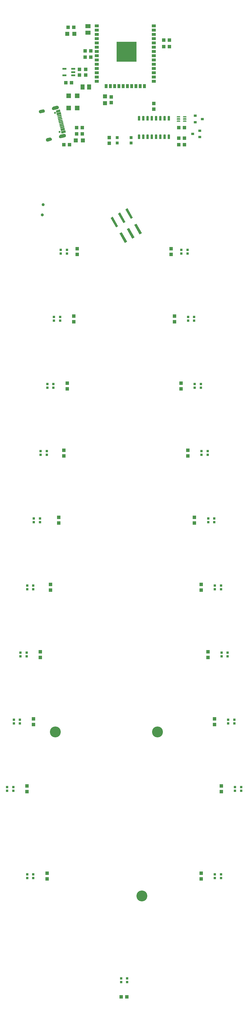
<source format=gbr>
G04 EAGLE Gerber RS-274X export*
G75*
%MOMM*%
%FSLAX34Y34*%
%LPD*%
%INSoldermask Top*%
%IPPOS*%
%AMOC8*
5,1,8,0,0,1.08239X$1,22.5*%
G01*
%ADD10R,1.000000X1.100000*%
%ADD11R,1.100000X1.000000*%
%ADD12R,1.075000X1.000000*%
%ADD13R,1.240000X1.500000*%
%ADD14R,1.200000X0.550000*%
%ADD15R,0.900000X0.900000*%
%ADD16R,1.200000X1.200000*%
%ADD17R,1.000000X1.075000*%
%ADD18R,0.900000X0.800000*%
%ADD19R,1.500000X1.240000*%
%ADD20R,1.200000X0.900000*%
%ADD21R,0.900000X1.200000*%
%ADD22R,6.000000X6.000000*%
%ADD23C,0.155000*%
%ADD24C,0.195000*%
%ADD25R,0.736600X3.251200*%
%ADD26C,0.900000*%
%ADD27R,0.700000X0.700000*%
%ADD28R,1.400000X1.400000*%
%ADD29R,0.400000X1.240000*%
%ADD30R,0.700000X1.240000*%
%ADD31C,0.600000*%
%ADD32C,3.251200*%

G36*
X-189260Y-362101D02*
X-189260Y-362101D01*
X-189256Y-362106D01*
X-188146Y-361958D01*
X-188143Y-361955D01*
X-188141Y-361957D01*
X-177467Y-359296D01*
X-177465Y-359293D01*
X-177462Y-359294D01*
X-176413Y-358903D01*
X-176409Y-358896D01*
X-176403Y-358898D01*
X-175467Y-358284D01*
X-175464Y-358276D01*
X-175459Y-358277D01*
X-174683Y-357470D01*
X-174682Y-357461D01*
X-174676Y-357461D01*
X-174099Y-356501D01*
X-174100Y-356493D01*
X-174095Y-356491D01*
X-173746Y-355427D01*
X-173748Y-355423D01*
X-173745Y-355421D01*
X-173747Y-355418D01*
X-173744Y-355416D01*
X-173641Y-354301D01*
X-173645Y-354294D01*
X-173641Y-354290D01*
X-173789Y-353180D01*
X-173794Y-353175D01*
X-173791Y-353170D01*
X-174168Y-352128D01*
X-174174Y-352123D01*
X-174172Y-352118D01*
X-174771Y-351185D01*
X-174779Y-351182D01*
X-174778Y-351176D01*
X-175570Y-350400D01*
X-175578Y-350399D01*
X-175579Y-350394D01*
X-176523Y-349813D01*
X-176531Y-349814D01*
X-176533Y-349808D01*
X-177583Y-349453D01*
X-177590Y-349455D01*
X-177593Y-349450D01*
X-178696Y-349337D01*
X-178703Y-349341D01*
X-178707Y-349337D01*
X-179807Y-349472D01*
X-179811Y-349475D01*
X-179813Y-349473D01*
X-190487Y-352134D01*
X-190489Y-352137D01*
X-190491Y-352136D01*
X-191555Y-352520D01*
X-191560Y-352527D01*
X-191565Y-352525D01*
X-192516Y-353136D01*
X-192519Y-353144D01*
X-192525Y-353143D01*
X-193317Y-353951D01*
X-193318Y-353959D01*
X-193323Y-353959D01*
X-193915Y-354923D01*
X-193915Y-354931D01*
X-193920Y-354933D01*
X-194283Y-356004D01*
X-194280Y-356012D01*
X-194285Y-356015D01*
X-194401Y-357140D01*
X-194396Y-357147D01*
X-194400Y-357151D01*
X-194263Y-358273D01*
X-194257Y-358279D01*
X-194260Y-358285D01*
X-193869Y-359334D01*
X-193862Y-359338D01*
X-193864Y-359344D01*
X-193250Y-360280D01*
X-193242Y-360282D01*
X-193243Y-360288D01*
X-192435Y-361064D01*
X-192427Y-361065D01*
X-192426Y-361070D01*
X-191467Y-361647D01*
X-191459Y-361646D01*
X-191457Y-361652D01*
X-190393Y-362000D01*
X-190385Y-361998D01*
X-190382Y-362003D01*
X-189267Y-362106D01*
X-189260Y-362101D01*
G37*
G36*
X-210186Y-278171D02*
X-210186Y-278171D01*
X-210182Y-278175D01*
X-209072Y-278027D01*
X-209069Y-278024D01*
X-209067Y-278026D01*
X-198394Y-275365D01*
X-198391Y-275362D01*
X-198388Y-275364D01*
X-197339Y-274973D01*
X-197335Y-274966D01*
X-197329Y-274968D01*
X-196393Y-274353D01*
X-196391Y-274346D01*
X-196385Y-274346D01*
X-195609Y-273539D01*
X-195608Y-273531D01*
X-195602Y-273530D01*
X-195026Y-272570D01*
X-195027Y-272562D01*
X-195021Y-272560D01*
X-194672Y-271496D01*
X-194674Y-271492D01*
X-194672Y-271491D01*
X-194674Y-271488D01*
X-194670Y-271486D01*
X-194567Y-270371D01*
X-194571Y-270364D01*
X-194567Y-270360D01*
X-194715Y-269250D01*
X-194721Y-269244D01*
X-194718Y-269239D01*
X-195108Y-268190D01*
X-195115Y-268186D01*
X-195113Y-268180D01*
X-195728Y-267244D01*
X-195736Y-267241D01*
X-195735Y-267236D01*
X-196542Y-266460D01*
X-196550Y-266459D01*
X-196551Y-266453D01*
X-197511Y-265877D01*
X-197519Y-265877D01*
X-197521Y-265872D01*
X-198585Y-265523D01*
X-198592Y-265526D01*
X-198595Y-265521D01*
X-199710Y-265418D01*
X-199713Y-265420D01*
X-199720Y-265420D01*
X-199721Y-265418D01*
X-200831Y-265566D01*
X-200833Y-265567D01*
X-200835Y-265568D01*
X-200837Y-265567D01*
X-211510Y-268228D01*
X-211513Y-268231D01*
X-211515Y-268230D01*
X-212564Y-268620D01*
X-212569Y-268627D01*
X-212574Y-268625D01*
X-213510Y-269240D01*
X-213513Y-269247D01*
X-213519Y-269247D01*
X-214294Y-270054D01*
X-214295Y-270062D01*
X-214301Y-270063D01*
X-214878Y-271023D01*
X-214877Y-271031D01*
X-214882Y-271033D01*
X-215231Y-272097D01*
X-215229Y-272102D01*
X-215232Y-272104D01*
X-215231Y-272106D01*
X-215233Y-272107D01*
X-215336Y-273222D01*
X-215332Y-273229D01*
X-215336Y-273233D01*
X-215189Y-274343D01*
X-215183Y-274349D01*
X-215186Y-274354D01*
X-214795Y-275403D01*
X-214788Y-275408D01*
X-214790Y-275413D01*
X-214176Y-276349D01*
X-214168Y-276352D01*
X-214169Y-276357D01*
X-213361Y-277133D01*
X-213353Y-277134D01*
X-213353Y-277140D01*
X-212393Y-277717D01*
X-212385Y-277716D01*
X-212383Y-277721D01*
X-211319Y-278070D01*
X-211311Y-278067D01*
X-211308Y-278072D01*
X-210193Y-278175D01*
X-210186Y-278171D01*
G37*
G36*
X-249192Y-287896D02*
X-249192Y-287896D01*
X-249188Y-287900D01*
X-248078Y-287753D01*
X-248075Y-287750D01*
X-248073Y-287752D01*
X-240310Y-285816D01*
X-240308Y-285813D01*
X-240305Y-285815D01*
X-239256Y-285424D01*
X-239252Y-285417D01*
X-239246Y-285419D01*
X-238310Y-284804D01*
X-238307Y-284797D01*
X-238302Y-284797D01*
X-237526Y-283990D01*
X-237525Y-283982D01*
X-237519Y-283981D01*
X-236943Y-283022D01*
X-236943Y-283013D01*
X-236938Y-283011D01*
X-236589Y-281948D01*
X-236592Y-281940D01*
X-236587Y-281937D01*
X-236484Y-280822D01*
X-236488Y-280815D01*
X-236484Y-280811D01*
X-236632Y-279701D01*
X-236637Y-279695D01*
X-236634Y-279690D01*
X-237025Y-278641D01*
X-237032Y-278637D01*
X-237030Y-278631D01*
X-237645Y-277695D01*
X-237652Y-277692D01*
X-237652Y-277687D01*
X-238459Y-276911D01*
X-238467Y-276910D01*
X-238468Y-276904D01*
X-239427Y-276328D01*
X-239436Y-276328D01*
X-239437Y-276323D01*
X-240501Y-275974D01*
X-240509Y-275977D01*
X-240512Y-275972D01*
X-241627Y-275869D01*
X-241634Y-275873D01*
X-241638Y-275869D01*
X-242748Y-276017D01*
X-242751Y-276020D01*
X-242753Y-276018D01*
X-250516Y-277953D01*
X-250518Y-277956D01*
X-250521Y-277955D01*
X-251570Y-278346D01*
X-251575Y-278353D01*
X-251580Y-278351D01*
X-252516Y-278965D01*
X-252519Y-278973D01*
X-252525Y-278972D01*
X-253300Y-279779D01*
X-253301Y-279788D01*
X-253307Y-279788D01*
X-253884Y-280748D01*
X-253883Y-280756D01*
X-253888Y-280758D01*
X-254237Y-281822D01*
X-254235Y-281827D01*
X-254238Y-281830D01*
X-254237Y-281831D01*
X-254239Y-281833D01*
X-254342Y-282948D01*
X-254338Y-282955D01*
X-254342Y-282959D01*
X-254195Y-284069D01*
X-254189Y-284074D01*
X-254192Y-284079D01*
X-253801Y-285128D01*
X-253794Y-285133D01*
X-253796Y-285138D01*
X-253182Y-286074D01*
X-253174Y-286077D01*
X-253175Y-286083D01*
X-252367Y-286858D01*
X-252359Y-286859D01*
X-252359Y-286865D01*
X-251399Y-287442D01*
X-251391Y-287441D01*
X-251389Y-287446D01*
X-250325Y-287795D01*
X-250317Y-287792D01*
X-250314Y-287797D01*
X-249199Y-287900D01*
X-249192Y-287896D01*
G37*
G36*
X-228266Y-371827D02*
X-228266Y-371827D01*
X-228262Y-371831D01*
X-227152Y-371683D01*
X-227149Y-371680D01*
X-227147Y-371682D01*
X-219384Y-369747D01*
X-219382Y-369744D01*
X-219379Y-369745D01*
X-218330Y-369354D01*
X-218325Y-369347D01*
X-218320Y-369349D01*
X-217384Y-368735D01*
X-217381Y-368727D01*
X-217375Y-368728D01*
X-216600Y-367921D01*
X-216599Y-367912D01*
X-216593Y-367912D01*
X-216016Y-366952D01*
X-216017Y-366944D01*
X-216012Y-366942D01*
X-215663Y-365878D01*
X-215666Y-365870D01*
X-215661Y-365867D01*
X-215558Y-364752D01*
X-215562Y-364745D01*
X-215558Y-364741D01*
X-215705Y-363631D01*
X-215711Y-363626D01*
X-215708Y-363621D01*
X-216099Y-362572D01*
X-216106Y-362567D01*
X-216104Y-362562D01*
X-216718Y-361626D01*
X-216726Y-361623D01*
X-216725Y-361617D01*
X-217533Y-360842D01*
X-217541Y-360841D01*
X-217541Y-360835D01*
X-218501Y-360258D01*
X-218509Y-360259D01*
X-218511Y-360254D01*
X-219575Y-359905D01*
X-219583Y-359908D01*
X-219586Y-359903D01*
X-220701Y-359800D01*
X-220708Y-359804D01*
X-220712Y-359800D01*
X-221822Y-359947D01*
X-221825Y-359950D01*
X-221827Y-359948D01*
X-229590Y-361884D01*
X-229592Y-361887D01*
X-229595Y-361885D01*
X-230644Y-362276D01*
X-230648Y-362283D01*
X-230654Y-362281D01*
X-231590Y-362896D01*
X-231593Y-362903D01*
X-231598Y-362903D01*
X-232374Y-363710D01*
X-232375Y-363718D01*
X-232381Y-363719D01*
X-232957Y-364678D01*
X-232957Y-364687D01*
X-232962Y-364689D01*
X-233311Y-365752D01*
X-233309Y-365758D01*
X-233312Y-365760D01*
X-233311Y-365762D01*
X-233313Y-365763D01*
X-233416Y-366878D01*
X-233412Y-366885D01*
X-233416Y-366889D01*
X-233268Y-367999D01*
X-233263Y-368005D01*
X-233266Y-368010D01*
X-232875Y-369059D01*
X-232868Y-369063D01*
X-232870Y-369069D01*
X-232255Y-370005D01*
X-232248Y-370008D01*
X-232248Y-370013D01*
X-231441Y-370789D01*
X-231433Y-370790D01*
X-231432Y-370796D01*
X-230473Y-371372D01*
X-230464Y-371372D01*
X-230463Y-371377D01*
X-229399Y-371726D01*
X-229391Y-371723D01*
X-229388Y-371728D01*
X-228273Y-371831D01*
X-228266Y-371827D01*
G37*
D10*
X270000Y-2091500D03*
X270000Y-2108500D03*
X-270000Y-2091500D03*
X-270000Y-2108500D03*
X250000Y-1891500D03*
X250000Y-1908500D03*
X-250000Y-1891500D03*
X-250000Y-1908500D03*
X230000Y-1691500D03*
X230000Y-1708500D03*
X-220000Y-1691500D03*
X-220000Y-1708500D03*
X210000Y-1491500D03*
X210000Y-1508500D03*
X-170000Y-1091500D03*
X-170000Y-1108500D03*
X-195000Y-1491500D03*
X-195000Y-1508500D03*
X190000Y-1291500D03*
X190000Y-1308500D03*
X-180000Y-1291500D03*
X-180000Y-1308500D03*
X170000Y-1091500D03*
X170000Y-1108500D03*
X150000Y-891500D03*
X150000Y-908500D03*
X-150000Y-891500D03*
X-150000Y-908500D03*
X140000Y-691500D03*
X140000Y-708500D03*
X-140000Y-691500D03*
X-140000Y-708500D03*
X-290000Y-2291500D03*
X-290000Y-2308500D03*
X290000Y-2291500D03*
X290000Y-2308500D03*
X-230000Y-2551500D03*
X-230000Y-2568500D03*
X230000Y-2551500D03*
X230000Y-2568500D03*
D11*
X-8500Y-2920000D03*
X8500Y-2920000D03*
D12*
X-173600Y-196850D03*
X-156600Y-196850D03*
D13*
X-104800Y-209550D03*
X-123800Y-209550D03*
D14*
X-152099Y-174600D03*
X-152099Y-165100D03*
X-152099Y-155600D03*
X-178101Y-155600D03*
X-178101Y-174600D03*
D15*
X-20500Y-376300D03*
X-20500Y-360300D03*
X20500Y-360300D03*
X20500Y-376300D03*
D16*
X-57150Y-237150D03*
X-57150Y-258150D03*
D17*
X-38100Y-239150D03*
X-38100Y-256150D03*
D18*
X204900Y-349250D03*
X225900Y-339750D03*
X225900Y-358750D03*
X233250Y-304800D03*
X212250Y-314300D03*
X212250Y-295300D03*
D17*
X-133350Y-156600D03*
X-133350Y-173600D03*
D19*
X-107950Y-47600D03*
X-107950Y-28600D03*
D20*
X-81380Y-27570D03*
X-81380Y-40270D03*
X-81380Y-52970D03*
X-81380Y-65670D03*
X-81380Y-78370D03*
X-81380Y-91070D03*
X-81380Y-103770D03*
X-81380Y-116470D03*
X-81380Y-129170D03*
X-81380Y-141870D03*
X-81380Y-154570D03*
X-81380Y-167270D03*
X-81380Y-179970D03*
X-81380Y-192670D03*
D21*
X-53380Y-206570D03*
X-40680Y-206570D03*
X-27980Y-206570D03*
X-15280Y-206570D03*
X-2580Y-206570D03*
X10120Y-206570D03*
X22820Y-206570D03*
X35520Y-206570D03*
X48220Y-206570D03*
X60920Y-206570D03*
D20*
X88620Y-192670D03*
X88620Y-179970D03*
X88620Y-167270D03*
X88620Y-154570D03*
X88620Y-141870D03*
X88620Y-129170D03*
X88620Y-116470D03*
X88620Y-103770D03*
X88620Y-91070D03*
X88620Y-78370D03*
X88620Y-65670D03*
X88620Y-52970D03*
X88620Y-40270D03*
X88620Y-27570D03*
D22*
X7020Y-104570D03*
D12*
X-99450Y-101600D03*
X-116450Y-101600D03*
X-116450Y-120650D03*
X-99450Y-120650D03*
D17*
X-44450Y-359800D03*
X-44450Y-376800D03*
D12*
X179950Y-330200D03*
X162950Y-330200D03*
X162950Y-361950D03*
X179950Y-361950D03*
X162950Y-381000D03*
X179950Y-381000D03*
D23*
X131025Y-308475D02*
X131025Y-296925D01*
X135675Y-296925D01*
X135675Y-308475D01*
X131025Y-308475D01*
X131025Y-307003D02*
X135675Y-307003D01*
X135675Y-305531D02*
X131025Y-305531D01*
X131025Y-304059D02*
X135675Y-304059D01*
X135675Y-302587D02*
X131025Y-302587D01*
X131025Y-301115D02*
X135675Y-301115D01*
X135675Y-299643D02*
X131025Y-299643D01*
X131025Y-298171D02*
X135675Y-298171D01*
X118325Y-296925D02*
X118325Y-308475D01*
X118325Y-296925D02*
X122975Y-296925D01*
X122975Y-308475D01*
X118325Y-308475D01*
X118325Y-307003D02*
X122975Y-307003D01*
X122975Y-305531D02*
X118325Y-305531D01*
X118325Y-304059D02*
X122975Y-304059D01*
X122975Y-302587D02*
X118325Y-302587D01*
X118325Y-301115D02*
X122975Y-301115D01*
X122975Y-299643D02*
X118325Y-299643D01*
X118325Y-298171D02*
X122975Y-298171D01*
X105625Y-296925D02*
X105625Y-308475D01*
X105625Y-296925D02*
X110275Y-296925D01*
X110275Y-308475D01*
X105625Y-308475D01*
X105625Y-307003D02*
X110275Y-307003D01*
X110275Y-305531D02*
X105625Y-305531D01*
X105625Y-304059D02*
X110275Y-304059D01*
X110275Y-302587D02*
X105625Y-302587D01*
X105625Y-301115D02*
X110275Y-301115D01*
X110275Y-299643D02*
X105625Y-299643D01*
X105625Y-298171D02*
X110275Y-298171D01*
X92925Y-296925D02*
X92925Y-308475D01*
X92925Y-296925D02*
X97575Y-296925D01*
X97575Y-308475D01*
X92925Y-308475D01*
X92925Y-307003D02*
X97575Y-307003D01*
X97575Y-305531D02*
X92925Y-305531D01*
X92925Y-304059D02*
X97575Y-304059D01*
X97575Y-302587D02*
X92925Y-302587D01*
X92925Y-301115D02*
X97575Y-301115D01*
X97575Y-299643D02*
X92925Y-299643D01*
X92925Y-298171D02*
X97575Y-298171D01*
X80225Y-296925D02*
X80225Y-308475D01*
X80225Y-296925D02*
X84875Y-296925D01*
X84875Y-308475D01*
X80225Y-308475D01*
X80225Y-307003D02*
X84875Y-307003D01*
X84875Y-305531D02*
X80225Y-305531D01*
X80225Y-304059D02*
X84875Y-304059D01*
X84875Y-302587D02*
X80225Y-302587D01*
X80225Y-301115D02*
X84875Y-301115D01*
X84875Y-299643D02*
X80225Y-299643D01*
X80225Y-298171D02*
X84875Y-298171D01*
X67525Y-296925D02*
X67525Y-308475D01*
X67525Y-296925D02*
X72175Y-296925D01*
X72175Y-308475D01*
X67525Y-308475D01*
X67525Y-307003D02*
X72175Y-307003D01*
X72175Y-305531D02*
X67525Y-305531D01*
X67525Y-304059D02*
X72175Y-304059D01*
X72175Y-302587D02*
X67525Y-302587D01*
X67525Y-301115D02*
X72175Y-301115D01*
X72175Y-299643D02*
X67525Y-299643D01*
X67525Y-298171D02*
X72175Y-298171D01*
X54825Y-296925D02*
X54825Y-308475D01*
X54825Y-296925D02*
X59475Y-296925D01*
X59475Y-308475D01*
X54825Y-308475D01*
X54825Y-307003D02*
X59475Y-307003D01*
X59475Y-305531D02*
X54825Y-305531D01*
X54825Y-304059D02*
X59475Y-304059D01*
X59475Y-302587D02*
X54825Y-302587D01*
X54825Y-301115D02*
X59475Y-301115D01*
X59475Y-299643D02*
X54825Y-299643D01*
X54825Y-298171D02*
X59475Y-298171D01*
X42125Y-296925D02*
X42125Y-308475D01*
X42125Y-296925D02*
X46775Y-296925D01*
X46775Y-308475D01*
X42125Y-308475D01*
X42125Y-307003D02*
X46775Y-307003D01*
X46775Y-305531D02*
X42125Y-305531D01*
X42125Y-304059D02*
X46775Y-304059D01*
X46775Y-302587D02*
X42125Y-302587D01*
X42125Y-301115D02*
X46775Y-301115D01*
X46775Y-299643D02*
X42125Y-299643D01*
X42125Y-298171D02*
X46775Y-298171D01*
X42125Y-351925D02*
X42125Y-363475D01*
X42125Y-351925D02*
X46775Y-351925D01*
X46775Y-363475D01*
X42125Y-363475D01*
X42125Y-362003D02*
X46775Y-362003D01*
X46775Y-360531D02*
X42125Y-360531D01*
X42125Y-359059D02*
X46775Y-359059D01*
X46775Y-357587D02*
X42125Y-357587D01*
X42125Y-356115D02*
X46775Y-356115D01*
X46775Y-354643D02*
X42125Y-354643D01*
X42125Y-353171D02*
X46775Y-353171D01*
X54825Y-351925D02*
X54825Y-363475D01*
X54825Y-351925D02*
X59475Y-351925D01*
X59475Y-363475D01*
X54825Y-363475D01*
X54825Y-362003D02*
X59475Y-362003D01*
X59475Y-360531D02*
X54825Y-360531D01*
X54825Y-359059D02*
X59475Y-359059D01*
X59475Y-357587D02*
X54825Y-357587D01*
X54825Y-356115D02*
X59475Y-356115D01*
X59475Y-354643D02*
X54825Y-354643D01*
X54825Y-353171D02*
X59475Y-353171D01*
X67525Y-351925D02*
X67525Y-363475D01*
X67525Y-351925D02*
X72175Y-351925D01*
X72175Y-363475D01*
X67525Y-363475D01*
X67525Y-362003D02*
X72175Y-362003D01*
X72175Y-360531D02*
X67525Y-360531D01*
X67525Y-359059D02*
X72175Y-359059D01*
X72175Y-357587D02*
X67525Y-357587D01*
X67525Y-356115D02*
X72175Y-356115D01*
X72175Y-354643D02*
X67525Y-354643D01*
X67525Y-353171D02*
X72175Y-353171D01*
X80225Y-351925D02*
X80225Y-363475D01*
X80225Y-351925D02*
X84875Y-351925D01*
X84875Y-363475D01*
X80225Y-363475D01*
X80225Y-362003D02*
X84875Y-362003D01*
X84875Y-360531D02*
X80225Y-360531D01*
X80225Y-359059D02*
X84875Y-359059D01*
X84875Y-357587D02*
X80225Y-357587D01*
X80225Y-356115D02*
X84875Y-356115D01*
X84875Y-354643D02*
X80225Y-354643D01*
X80225Y-353171D02*
X84875Y-353171D01*
X92925Y-351925D02*
X92925Y-363475D01*
X92925Y-351925D02*
X97575Y-351925D01*
X97575Y-363475D01*
X92925Y-363475D01*
X92925Y-362003D02*
X97575Y-362003D01*
X97575Y-360531D02*
X92925Y-360531D01*
X92925Y-359059D02*
X97575Y-359059D01*
X97575Y-357587D02*
X92925Y-357587D01*
X92925Y-356115D02*
X97575Y-356115D01*
X97575Y-354643D02*
X92925Y-354643D01*
X92925Y-353171D02*
X97575Y-353171D01*
X105625Y-351925D02*
X105625Y-363475D01*
X105625Y-351925D02*
X110275Y-351925D01*
X110275Y-363475D01*
X105625Y-363475D01*
X105625Y-362003D02*
X110275Y-362003D01*
X110275Y-360531D02*
X105625Y-360531D01*
X105625Y-359059D02*
X110275Y-359059D01*
X110275Y-357587D02*
X105625Y-357587D01*
X105625Y-356115D02*
X110275Y-356115D01*
X110275Y-354643D02*
X105625Y-354643D01*
X105625Y-353171D02*
X110275Y-353171D01*
X118325Y-351925D02*
X118325Y-363475D01*
X118325Y-351925D02*
X122975Y-351925D01*
X122975Y-363475D01*
X118325Y-363475D01*
X118325Y-362003D02*
X122975Y-362003D01*
X122975Y-360531D02*
X118325Y-360531D01*
X118325Y-359059D02*
X122975Y-359059D01*
X122975Y-357587D02*
X118325Y-357587D01*
X118325Y-356115D02*
X122975Y-356115D01*
X122975Y-354643D02*
X118325Y-354643D01*
X118325Y-353171D02*
X122975Y-353171D01*
X131025Y-351925D02*
X131025Y-363475D01*
X131025Y-351925D02*
X135675Y-351925D01*
X135675Y-363475D01*
X131025Y-363475D01*
X131025Y-362003D02*
X135675Y-362003D01*
X135675Y-360531D02*
X131025Y-360531D01*
X131025Y-359059D02*
X135675Y-359059D01*
X135675Y-357587D02*
X131025Y-357587D01*
X131025Y-356115D02*
X135675Y-356115D01*
X135675Y-354643D02*
X131025Y-354643D01*
X131025Y-353171D02*
X135675Y-353171D01*
D12*
X118500Y-88900D03*
X135500Y-88900D03*
X118500Y-69850D03*
X135500Y-69850D03*
D24*
X176475Y-310325D02*
X185125Y-310325D01*
X185125Y-312275D01*
X176475Y-312275D01*
X176475Y-310325D01*
X176475Y-310423D02*
X185125Y-310423D01*
X185125Y-303825D02*
X176475Y-303825D01*
X185125Y-303825D02*
X185125Y-305775D01*
X176475Y-305775D01*
X176475Y-303825D01*
X176475Y-303923D02*
X185125Y-303923D01*
X185125Y-297325D02*
X176475Y-297325D01*
X185125Y-297325D02*
X185125Y-299275D01*
X176475Y-299275D01*
X176475Y-297325D01*
X176475Y-297423D02*
X185125Y-297423D01*
X166425Y-297325D02*
X157775Y-297325D01*
X166425Y-297325D02*
X166425Y-299275D01*
X157775Y-299275D01*
X157775Y-297325D01*
X157775Y-297423D02*
X166425Y-297423D01*
X166425Y-303825D02*
X157775Y-303825D01*
X166425Y-303825D02*
X166425Y-305775D01*
X157775Y-305775D01*
X157775Y-303825D01*
X157775Y-303923D02*
X166425Y-303923D01*
X166425Y-310325D02*
X157775Y-310325D01*
X166425Y-310325D02*
X166425Y-312275D01*
X157775Y-312275D01*
X157775Y-310325D01*
X157775Y-310423D02*
X166425Y-310423D01*
D25*
G36*
X-40299Y-599667D02*
X-33920Y-595984D01*
X-17665Y-624139D01*
X-24044Y-627822D01*
X-40299Y-599667D01*
G37*
G36*
X-13629Y-645861D02*
X-7250Y-642178D01*
X9005Y-670333D01*
X2626Y-674016D01*
X-13629Y-645861D01*
G37*
G36*
X-18302Y-586967D02*
X-11923Y-583284D01*
X4332Y-611439D01*
X-2047Y-615122D01*
X-18302Y-586967D01*
G37*
G36*
X8368Y-633161D02*
X14747Y-629478D01*
X31002Y-657633D01*
X24623Y-661316D01*
X8368Y-633161D01*
G37*
G36*
X3695Y-574267D02*
X10074Y-570584D01*
X26329Y-598739D01*
X19950Y-602422D01*
X3695Y-574267D01*
G37*
G36*
X30365Y-620461D02*
X36744Y-616778D01*
X52999Y-644933D01*
X46620Y-648616D01*
X30365Y-620461D01*
G37*
D26*
X-243876Y-590239D03*
X-241264Y-560381D03*
D16*
X-143850Y-368300D03*
X-122850Y-368300D03*
D12*
X-162950Y-381000D03*
X-179950Y-381000D03*
D16*
X-169250Y-50800D03*
X-148250Y-50800D03*
D12*
X-167250Y-31750D03*
X-150250Y-31750D03*
D27*
X-189150Y-694500D03*
X-189150Y-705500D03*
X-170850Y-705500D03*
X-170850Y-694500D03*
X170850Y-694500D03*
X170850Y-705500D03*
X189150Y-705500D03*
X189150Y-694500D03*
X190850Y-894500D03*
X190850Y-905500D03*
X209150Y-905500D03*
X209150Y-894500D03*
X-229150Y-1094500D03*
X-229150Y-1105500D03*
X-210850Y-1105500D03*
X-210850Y-1094500D03*
X210850Y-1094500D03*
X210850Y-1105500D03*
X229150Y-1105500D03*
X229150Y-1094500D03*
X-249150Y-1294500D03*
X-249150Y-1305500D03*
X-230850Y-1305500D03*
X-230850Y-1294500D03*
X230850Y-1294500D03*
X230850Y-1305500D03*
X249150Y-1305500D03*
X249150Y-1294500D03*
X-269150Y-1494500D03*
X-269150Y-1505500D03*
X-250850Y-1505500D03*
X-250850Y-1494500D03*
X250850Y-1494500D03*
X250850Y-1505500D03*
X269150Y-1505500D03*
X269150Y-1494500D03*
X-289150Y-1694500D03*
X-289150Y-1705500D03*
X-270850Y-1705500D03*
X-270850Y-1694500D03*
X270850Y-1694500D03*
X270850Y-1705500D03*
X289150Y-1705500D03*
X289150Y-1694500D03*
X-309150Y-1894500D03*
X-309150Y-1905500D03*
X-290850Y-1905500D03*
X-290850Y-1894500D03*
X290850Y-1894500D03*
X290850Y-1905500D03*
X309150Y-1905500D03*
X309150Y-1894500D03*
X-329150Y-2094500D03*
X-329150Y-2105500D03*
X-310850Y-2105500D03*
X-310850Y-2094500D03*
X310850Y-2094500D03*
X310850Y-2105500D03*
X329150Y-2105500D03*
X329150Y-2094500D03*
X-349150Y-2294500D03*
X-349150Y-2305500D03*
X-330850Y-2305500D03*
X-330850Y-2294500D03*
X-209150Y-894500D03*
X-209150Y-905500D03*
X-190850Y-905500D03*
X-190850Y-894500D03*
X330850Y-2294500D03*
X330850Y-2305500D03*
X349150Y-2305500D03*
X349150Y-2294500D03*
X-289150Y-2554500D03*
X-289150Y-2565500D03*
X-270850Y-2565500D03*
X-270850Y-2554500D03*
X270850Y-2554500D03*
X270850Y-2565500D03*
X289150Y-2565500D03*
X289150Y-2554500D03*
X-9150Y-2864500D03*
X-9150Y-2875500D03*
X9150Y-2875500D03*
X9150Y-2864500D03*
D28*
X-139700Y-235500D03*
X-139700Y-272500D03*
X-165100Y-235500D03*
X-165100Y-272500D03*
D29*
G36*
X-198626Y-298819D02*
X-199594Y-294939D01*
X-187564Y-291939D01*
X-186596Y-295819D01*
X-198626Y-298819D01*
G37*
G36*
X-197416Y-303670D02*
X-198384Y-299790D01*
X-186354Y-296790D01*
X-185386Y-300670D01*
X-197416Y-303670D01*
G37*
G36*
X-196206Y-308521D02*
X-197174Y-304641D01*
X-185144Y-301641D01*
X-184176Y-305521D01*
X-196206Y-308521D01*
G37*
G36*
X-190158Y-332779D02*
X-191126Y-328899D01*
X-179096Y-325899D01*
X-178128Y-329779D01*
X-190158Y-332779D01*
G37*
G36*
X-191368Y-327927D02*
X-192336Y-324047D01*
X-180306Y-321047D01*
X-179338Y-324927D01*
X-191368Y-327927D01*
G37*
G36*
X-192578Y-323076D02*
X-193546Y-319196D01*
X-181516Y-316196D01*
X-180548Y-320076D01*
X-192578Y-323076D01*
G37*
G36*
X-194997Y-313373D02*
X-195965Y-309493D01*
X-183935Y-306493D01*
X-182967Y-310373D01*
X-194997Y-313373D01*
G37*
G36*
X-193787Y-318224D02*
X-194755Y-314344D01*
X-182725Y-311344D01*
X-181757Y-315224D01*
X-193787Y-318224D01*
G37*
D30*
G36*
X-201771Y-286204D02*
X-203464Y-279413D01*
X-191433Y-276414D01*
X-189740Y-283205D01*
X-201771Y-286204D01*
G37*
G36*
X-186288Y-348303D02*
X-187981Y-341512D01*
X-175950Y-338513D01*
X-174257Y-345304D01*
X-186288Y-348303D01*
G37*
G36*
X-199836Y-293967D02*
X-201529Y-287176D01*
X-189498Y-284177D01*
X-187805Y-290968D01*
X-199836Y-293967D01*
G37*
G36*
X-188224Y-340541D02*
X-189917Y-333750D01*
X-177886Y-330751D01*
X-176193Y-337542D01*
X-188224Y-340541D01*
G37*
D31*
X-206235Y-286906D03*
X-192252Y-342989D03*
D12*
X-141850Y-349250D03*
X-124850Y-349250D03*
X-141850Y-330200D03*
X-124850Y-330200D03*
D32*
X-205486Y-2130933D03*
X53086Y-2618867D03*
X99314Y-2130933D03*
D17*
X-114300Y-173600D03*
X-114300Y-156600D03*
D10*
X88900Y-275200D03*
X88900Y-258200D03*
M02*

</source>
